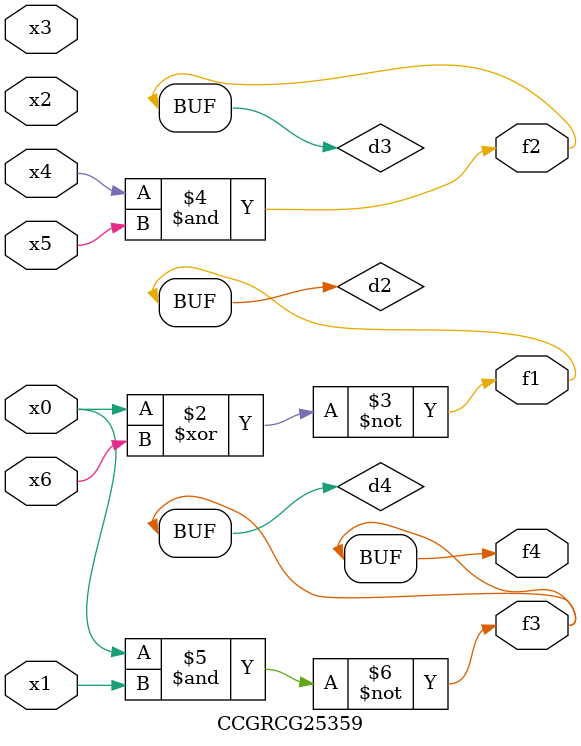
<source format=v>
module CCGRCG25359(
	input x0, x1, x2, x3, x4, x5, x6,
	output f1, f2, f3, f4
);

	wire d1, d2, d3, d4;

	nor (d1, x0);
	xnor (d2, x0, x6);
	and (d3, x4, x5);
	nand (d4, x0, x1);
	assign f1 = d2;
	assign f2 = d3;
	assign f3 = d4;
	assign f4 = d4;
endmodule

</source>
